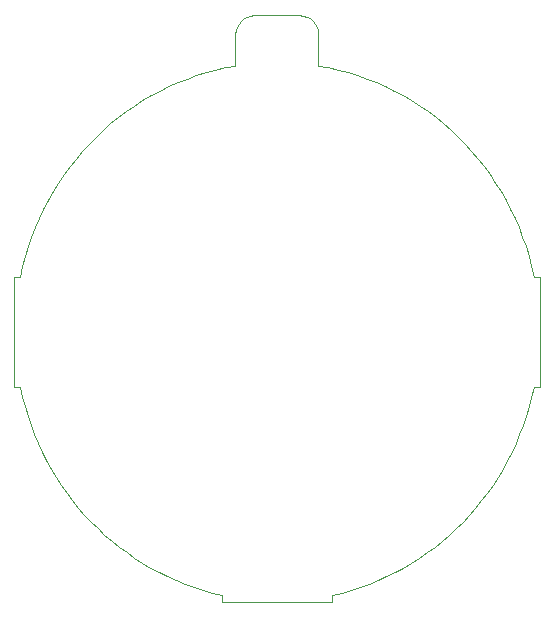
<source format=gbr>
%TF.GenerationSoftware,KiCad,Pcbnew,5.1.10*%
%TF.CreationDate,2021-10-23T16:34:25+02:00*%
%TF.ProjectId,xmas-badge,786d6173-2d62-4616-9467-652e6b696361,rev?*%
%TF.SameCoordinates,Original*%
%TF.FileFunction,Profile,NP*%
%FSLAX46Y46*%
G04 Gerber Fmt 4.6, Leading zero omitted, Abs format (unit mm)*
G04 Created by KiCad (PCBNEW 5.1.10) date 2021-10-23 16:34:25*
%MOMM*%
%LPD*%
G01*
G04 APERTURE LIST*
%TA.AperFunction,Profile*%
%ADD10C,0.100000*%
%TD*%
G04 APERTURE END LIST*
D10*
X46143800Y-22956699D02*
X45819500Y-22989200D01*
X45819500Y-22989200D02*
X45517900Y-23082466D01*
X45517900Y-23082466D02*
X45245100Y-23230119D01*
X45245100Y-23230119D02*
X45007800Y-23425828D01*
X45007800Y-23425828D02*
X44812100Y-23663210D01*
X44812100Y-23663210D02*
X44664400Y-23935910D01*
X44664400Y-23935910D02*
X44571200Y-24237580D01*
X44571200Y-24237580D02*
X44538700Y-24561840D01*
X44538700Y-24561840D02*
X44538700Y-27203620D01*
X44538700Y-27203620D02*
X44538700Y-27213910D01*
X44538700Y-27213910D02*
X43691800Y-27372020D01*
X43691800Y-27372020D02*
X42856400Y-27562240D01*
X42856400Y-27562240D02*
X42033200Y-27783920D01*
X42033200Y-27783920D02*
X41222700Y-28036460D01*
X41222700Y-28036460D02*
X40425400Y-28319190D01*
X40425400Y-28319190D02*
X39642300Y-28631530D01*
X39642300Y-28631530D02*
X38873900Y-28972820D01*
X38873900Y-28972820D02*
X38120700Y-29342440D01*
X38120700Y-29342440D02*
X37383500Y-29739760D01*
X37383500Y-29739760D02*
X36662900Y-30164140D01*
X36662900Y-30164140D02*
X35959500Y-30614930D01*
X35959500Y-30614930D02*
X35274100Y-31091620D01*
X35274100Y-31091620D02*
X34607100Y-31593480D01*
X34607100Y-31593480D02*
X33959300Y-32119790D01*
X33959300Y-32119790D02*
X33331300Y-32670100D01*
X33331300Y-32670100D02*
X32723720Y-33243700D01*
X32723720Y-33243700D02*
X32137250Y-33840000D01*
X32137250Y-33840000D02*
X31572550Y-34458200D01*
X31572550Y-34458200D02*
X31030200Y-35097900D01*
X31030200Y-35097900D02*
X30510910Y-35758300D01*
X30510910Y-35758300D02*
X30015210Y-36439000D01*
X30015210Y-36439000D02*
X29543850Y-37139100D01*
X29543850Y-37139100D02*
X29097430Y-37858200D01*
X29097430Y-37858200D02*
X28676590Y-38595400D01*
X28676590Y-38595400D02*
X28281970Y-39350400D01*
X28281970Y-39350400D02*
X27914250Y-40122300D01*
X27914250Y-40122300D02*
X27574020Y-40910500D01*
X27574020Y-40910500D02*
X27261940Y-41714600D01*
X27261940Y-41714600D02*
X26978680Y-42533700D01*
X26978680Y-42533700D02*
X26724850Y-43367300D01*
X26724850Y-43367300D02*
X26501100Y-44214800D01*
X26501100Y-44214800D02*
X26308080Y-45075500D01*
X26308080Y-45075500D02*
X25778270Y-45075500D01*
X25778270Y-45075500D02*
X25778270Y-54438500D01*
X25778270Y-54438500D02*
X26308090Y-54438500D01*
X26308090Y-54438500D02*
X26492380Y-55257900D01*
X26492380Y-55257900D02*
X26704630Y-56065600D01*
X26704630Y-56065600D02*
X26944290Y-56860800D01*
X26944290Y-56860800D02*
X27210800Y-57643300D01*
X27210800Y-57643300D02*
X27503640Y-58412300D01*
X27503640Y-58412300D02*
X27822250Y-59167300D01*
X27822250Y-59167300D02*
X28166090Y-59907800D01*
X28166090Y-59907800D02*
X28534610Y-60633000D01*
X28534610Y-60633000D02*
X28927270Y-61342600D01*
X28927270Y-61342600D02*
X29343520Y-62035900D01*
X29343520Y-62035900D02*
X29782830Y-62712400D01*
X29782830Y-62712400D02*
X30244640Y-63371600D01*
X30244640Y-63371600D02*
X30728370Y-64012800D01*
X30728370Y-64012800D02*
X31233610Y-64635400D01*
X31233610Y-64635400D02*
X31759690Y-65239100D01*
X31759690Y-65239100D02*
X32306020Y-65823100D01*
X32306020Y-65823100D02*
X32872240Y-66386900D01*
X32872240Y-66386900D02*
X33457700Y-66929900D01*
X33457700Y-66929900D02*
X34061700Y-67451800D01*
X34061700Y-67451800D02*
X34684000Y-67951700D01*
X34684000Y-67951700D02*
X35323800Y-68429100D01*
X35323800Y-68429100D02*
X35980700Y-68883500D01*
X35980700Y-68883500D02*
X36654200Y-69314400D01*
X36654200Y-69314400D02*
X37343600Y-69721100D01*
X37343600Y-69721100D02*
X38048400Y-70103300D01*
X38048400Y-70103300D02*
X38768100Y-70460100D01*
X38768100Y-70460100D02*
X39502100Y-70791100D01*
X39502100Y-70791100D02*
X40250000Y-71095700D01*
X40250000Y-71095700D02*
X41011100Y-71373500D01*
X41011100Y-71373500D02*
X41784800Y-71623700D01*
X41784800Y-71623700D02*
X42570800Y-71845900D01*
X42570800Y-71845900D02*
X43368300Y-72039400D01*
X43368300Y-72039400D02*
X43368300Y-72609800D01*
X43368300Y-72609800D02*
X48049500Y-72609800D01*
X48049500Y-72609800D02*
X52731300Y-72609800D01*
X52731300Y-72609800D02*
X52731300Y-72039400D01*
X52731300Y-72039400D02*
X53528800Y-71845800D01*
X53528800Y-71845800D02*
X54314700Y-71623700D01*
X54314700Y-71623700D02*
X55088600Y-71373500D01*
X55088600Y-71373500D02*
X55849500Y-71095700D01*
X55849500Y-71095700D02*
X56597400Y-70791000D01*
X56597400Y-70791000D02*
X57331500Y-70460000D01*
X57331500Y-70460000D02*
X58051100Y-70103200D01*
X58051100Y-70103200D02*
X58755900Y-69721000D01*
X58755900Y-69721000D02*
X59445300Y-69314300D01*
X59445300Y-69314300D02*
X60118700Y-68883400D01*
X60118700Y-68883400D02*
X60775600Y-68428900D01*
X60775600Y-68428900D02*
X61415400Y-67951400D01*
X61415400Y-67951400D02*
X62037600Y-67451600D01*
X62037600Y-67451600D02*
X62641800Y-66929800D01*
X62641800Y-66929800D02*
X63227200Y-66386800D01*
X63227200Y-66386800D02*
X63793300Y-65823000D01*
X63793300Y-65823000D02*
X64339600Y-65239000D01*
X64339600Y-65239000D02*
X64865700Y-64635300D01*
X64865700Y-64635300D02*
X65370800Y-64012700D01*
X65370800Y-64012700D02*
X65854600Y-63371500D01*
X65854600Y-63371500D02*
X66316400Y-62712300D01*
X66316400Y-62712300D02*
X66755700Y-62035800D01*
X66755700Y-62035800D02*
X67171900Y-61342500D01*
X67171900Y-61342500D02*
X67564500Y-60632900D01*
X67564500Y-60632900D02*
X67933100Y-59907600D01*
X67933100Y-59907600D02*
X68276800Y-59167300D01*
X68276800Y-59167300D02*
X68595500Y-58412300D01*
X68595500Y-58412300D02*
X68888300Y-57643200D01*
X68888300Y-57643200D02*
X69154800Y-56860800D01*
X69154800Y-56860800D02*
X69394400Y-56065600D01*
X69394400Y-56065600D02*
X69606700Y-55257900D01*
X69606700Y-55257900D02*
X69790900Y-54438500D01*
X69790900Y-54438500D02*
X70320800Y-54438500D01*
X70320800Y-54438500D02*
X70320800Y-45075500D01*
X70320800Y-45075500D02*
X69790900Y-45075500D01*
X69790900Y-45075500D02*
X69597900Y-44214800D01*
X69597900Y-44214800D02*
X69374200Y-43367300D01*
X69374200Y-43367300D02*
X69120400Y-42533700D01*
X69120400Y-42533700D02*
X68837100Y-41714600D01*
X68837100Y-41714600D02*
X68525100Y-40910500D01*
X68525100Y-40910500D02*
X68184800Y-40122300D01*
X68184800Y-40122300D02*
X67817100Y-39350400D01*
X67817100Y-39350400D02*
X67422500Y-38595400D01*
X67422500Y-38595400D02*
X67001600Y-37858200D01*
X67001600Y-37858200D02*
X66555200Y-37139100D01*
X66555200Y-37139100D02*
X66083800Y-36439000D01*
X66083800Y-36439000D02*
X65588100Y-35758300D01*
X65588100Y-35758300D02*
X65068900Y-35097900D01*
X65068900Y-35097900D02*
X64526500Y-34458200D01*
X64526500Y-34458200D02*
X63961800Y-33840000D01*
X63961800Y-33840000D02*
X63375300Y-33243700D01*
X63375300Y-33243700D02*
X62767800Y-32670100D01*
X62767800Y-32670100D02*
X62139800Y-32119790D01*
X62139800Y-32119790D02*
X61492000Y-31593480D01*
X61492000Y-31593480D02*
X60825000Y-31091620D01*
X60825000Y-31091620D02*
X60139500Y-30614930D01*
X60139500Y-30614930D02*
X59436100Y-30164140D01*
X59436100Y-30164140D02*
X58715500Y-29739760D01*
X58715500Y-29739760D02*
X57978300Y-29342430D01*
X57978300Y-29342430D02*
X57225200Y-28972820D01*
X57225200Y-28972820D02*
X56456700Y-28631530D01*
X56456700Y-28631530D02*
X55673600Y-28319190D01*
X55673600Y-28319190D02*
X54876400Y-28036440D01*
X54876400Y-28036440D02*
X54065900Y-27783920D01*
X54065900Y-27783920D02*
X53242700Y-27562220D01*
X53242700Y-27562220D02*
X52407300Y-27372020D01*
X52407300Y-27372020D02*
X51560400Y-27213910D01*
X51560400Y-27213910D02*
X51560400Y-27203620D01*
X51560400Y-27203620D02*
X51560400Y-24561840D01*
X51560400Y-24561840D02*
X51528000Y-24237580D01*
X51528000Y-24237580D02*
X51434700Y-23935910D01*
X51434700Y-23935910D02*
X51287200Y-23663210D01*
X51287200Y-23663210D02*
X51091500Y-23425828D01*
X51091500Y-23425828D02*
X50854300Y-23230120D01*
X50854300Y-23230120D02*
X50581700Y-23082466D01*
X50581700Y-23082466D02*
X50280100Y-22989200D01*
X50280100Y-22989200D02*
X49955800Y-22956699D01*
X49955800Y-22956699D02*
X46143800Y-22956699D01*
X46143800Y-22956699D02*
X46143800Y-22956699D01*
M02*

</source>
